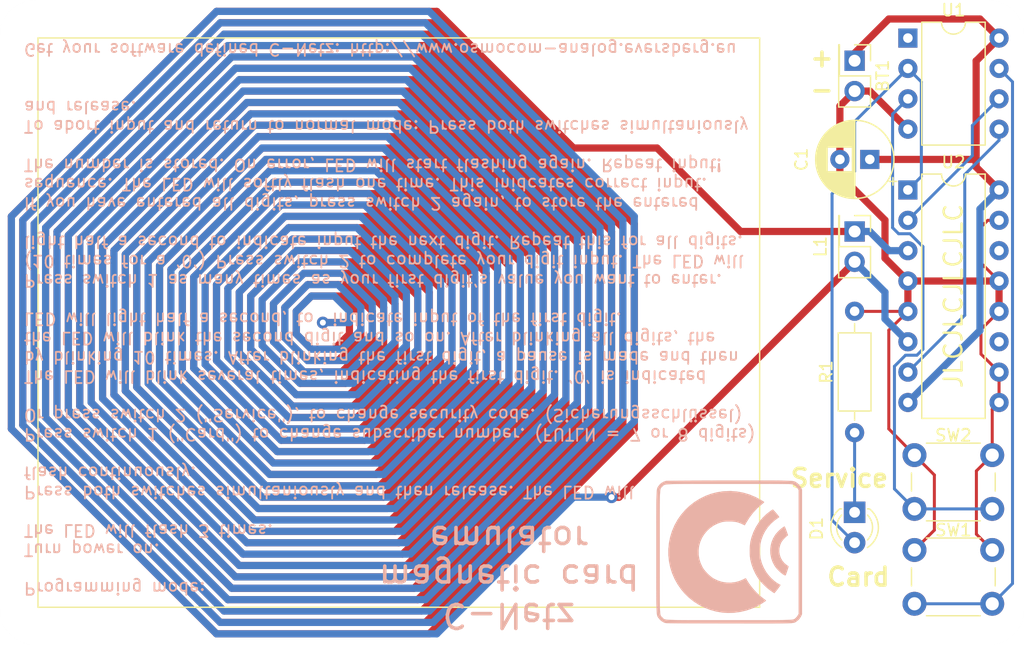
<source format=kicad_pcb>
(kicad_pcb (version 20211014) (generator pcbnew)
  (layers (0 "F.Cu" signal) (31 "B.Cu" signal) (34 "B.Paste" user) (35 "F.Paste" user) (36 "B.SilkS" user "B.Silkscreen") (37 "F.SilkS" user "F.Silkscreen") (38 "B.Mask" user) (39 "F.Mask" user) (44 "Edge.Cuts" user))
  (net 0 "")
  (net 1 "VCC")
  (net 2 "GND")
  (net 3 "Net-(D1-Pad1)")
  (net 4 "Net-(D1-Pad2)")
  (net 5 "Net-(L1-Pad1)")
  (net 6 "Net-(SW1-Pad2)")
  (net 7 "Net-(SW2-Pad2)")
  (net 9 "Net-(U1-Pad5)")
  (net 10 "Net-(U1-Pad6)")
  (footprint "Connector_PinHeader_2.54mm:PinHeader_2x01_P2.54mm_Vertical" (layer "F.Cu") (at 181.4375 75.08 -90)
    (fp_text reference "BT1")
    (fp_text value "Battery")
  )
  (footprint "Package_DIP:DIP-16_W7.62mm" (layer "F.Cu") (at 185.8925 85.89)
    (fp_text reference "U2")
    (fp_text value "L293D")
  )
  (footprint "LED_THT:LED_D3.0mm_Clear" (layer "F.Cu") (at 181.4375 112.8575 -90)
    (fp_text reference "D1")
    (fp_text value "TX")
  )
  (footprint "Resistor_THT:R_Axial_DIN0207_L6.3mm_D2.5mm_P10.16mm_Horizontal" (layer "F.Cu") (at 181.4375 106.195 90)
    (fp_text reference "R1")
    (fp_text value "1K")
  )
  (footprint "Button_Switch_THT:SW_PUSH_6mm_H4.3mm" (layer "F.Cu") (at 186.4425 108.0725)
    (fp_text reference "SW2")
    (fp_text value "Service")
  )
  (footprint "Package_DIP:DIP-8_W7.62mm" (layer "F.Cu") (at 185.8925 73.185)
    (fp_text reference "U1")
    (fp_text value "ATtiny85-20PU")
  )
  (footprint "Button_Switch_THT:SW_PUSH_6mm_H4.3mm" (layer "F.Cu") (at 186.4425 116.01)
    (fp_text reference "SW1")
    (fp_text value "Card")
  )
  (footprint "Connector_PinHeader_2.54mm:PinHeader_2x01_P2.54mm_Vertical" (layer "F.Cu") (at 181.4375 89.3625 -90)
    (fp_text reference "L1")
    (fp_text value "L" hide)
  )
  (footprint "Capacitor_THT:CP_Radial_D6.3mm_P2.50mm" (layer "F.Cu") (at 182.7075 83.335 180)
    (fp_text reference "C1")
    (fp_text value "100uF")
  )
  (footprint "magnetkarte:ctel" (layer "B.Cu") (at 170.96 116.0375)
    (fp_text reference "G***" hide)
    (fp_text value "LOGO" hide)
  )
  (gr_line (start 113.175 120.8) (end 113.175 73.175) (layer "F.SilkS") (width 0.12))
  (gr_line (start 173.5 120.8) (end 113.175 120.8) (layer "F.SilkS") (width 0.12))
  (gr_line (start 113.175 73.175) (end 173.5 73.175) (layer "F.SilkS") (width 0.12))
  (gr_line (start 173.5 73.175) (end 173.5 120.8) (layer "F.SilkS") (width 0.12))
  (gr_line (start 192.6 70) (end 113 70) (layer "Edge.Cuts") (width 0.001))
  (gr_line (start 195.6 73) (end 195.6 120.98) (layer "Edge.Cuts") (width 0.001))
  (gr_arc (start 113 123.98) (mid 110.87868 123.10132) (end 110 120.98) (layer "Edge.Cuts") (width 0.001))
  (gr_line (start 113 123.98) (end 192.6 123.98) (layer "Edge.Cuts") (width 0.001))
  (gr_arc (start 192.6 70) (mid 194.72132 70.87868) (end 195.6 73) (layer "Edge.Cuts") (width 0.001))
  (gr_arc (start 195.6 120.98) (mid 194.72132 123.10132) (end 192.6 123.98) (layer "Edge.Cuts") (width 0.001))
  (gr_arc (start 110 73) (mid 110.87868 70.87868) (end 113 70) (layer "Edge.Cuts") (width 0.001))
  (gr_line (start 110 73) (end 110 120.98) (layer "Edge.Cuts") (width 0.001))
  (gr_text "C-Netz\nmagnetic card\nemulator" (at 152.545 118.26 180) (layer "B.SilkS") (effects (font (size 2 2) (thickness 0.3)) (justify mirror)))
  (gr_text "Programming mode:\n\nTurn power on.\nThe LED will flash 3 times.\n\nPress both switches simultaniously and then release. The LED will\nflash continuously.\n\nPress switch 1 ({dblquote}Card{dblquote}) to change subscriber number. (FUTLN = 7 or 8 digits)\nOr press switch 2 ({dblquote}Service{dblquote}), to change security code. (Sicherungsschlüssel)\n\nThe LED will blink several times, indicating the first digit. '0' is indicated\nby blinking 10 times. After blinking the first digit, a pause is made and then\nthe LED will blink the second digit and so on. After blinking all digits, the\nLED will light half a second, to  indicate input of the first digit.\n\nPress switch 1 as many times as your first digit's value you want to enter.\n(10 times for a '0') Press switch 2 to complete your digit input. The LED will\nlight half a second to indicate input the next digit. Repeat this for all digits.\n\nIf you have entered all digits, press switch 2 again, to store the entered\nsequence. The LED will softly flash one time. This inidcates correct input.\nThe number is stored. On error, LED will start flashing again. Repeat input!\n\nTo abort input and return to normal mode: Press both switches simultaniously\nand release.\n\n\nGet your software defined C-Netz: http://www.osmocom-analog.eversberg.eu" (at 111.905 96.67 180) (layer "B.SilkS") (effects (font (size 1 1)) (justify left mirror)))
  (gr_text "Service" (at 180.1675 110.005) (layer "F.SilkS") (effects (font (size 1.5 1.5) (thickness 0.3))))
  (gr_text "JLCJLCJLCJLC" (at 189.6925 94.765 90) (layer "F.SilkS") (effects (font (size 1.5 1.5) (thickness 0.2))))
  (gr_text "-" (at 178.707 77.493) (layer "F.SilkS") (effects (font (size 1.5 1.5) (thickness 0.3))))
  (gr_text "+" (at 178.707 74.826) (layer "F.SilkS") (effects (font (size 1.5 1.5) (thickness 0.3))))
  (gr_text "Card" (at 181.755 118.26) (layer "F.SilkS") (effects (font (size 1.5 1.5) (thickness 0.3))))
  (segment (start 191.5975 83.975) (end 191.5975 75.08) (width 0.6) (layer "F.Cu") (net 1))
  (segment (start 191.915 71.5875) (end 193.5125 73.185) (width 0.6) (layer "F.Cu") (net 1))
  (segment (start 191.595 83.335) (end 182.71 83.335) (width 0.6) (layer "F.Cu") (net 1))
  (segment (start 181.4375 75.08) (end 181.4375 74.445) (width 0.6) (layer "F.Cu") (net 1))
  (segment (start 181.4375 74.445) (end 184.295 71.5875) (width 0.6) (layer "F.Cu") (net 1))
  (segment (start 184.295 71.5875) (end 191.915 71.5875) (width 0.6) (layer "F.Cu") (net 1))
  (segment (start 193.5125 73.185) (end 191.5975 75.1) (width 0.6) (layer "F.Cu") (net 1))
  (segment (start 193.5125 85.89) (end 191.5975 83.975) (width 0.6) (layer "F.Cu") (net 1))
  (segment (start 185.8925 103.67) (end 191.915 97.6475) (width 0.6) (layer "B.Cu") (net 1))
  (segment (start 191.915 87.4875) (end 193.5125 85.89) (width 0.6) (layer "B.Cu") (net 1))
  (segment (start 191.915 97.6475) (end 191.915 87.4875) (width 0.6) (layer "B.Cu") (net 1))
  (segment (start 180.2075 84.645) (end 183.9775 88.415) (width 0.6) (layer "F.Cu") (net 2))
  (segment (start 192.9425 104.24) (end 193.5125 103.67) (width 0.25) (layer "F.Cu") (net 2))
  (segment (start 193.5125 96.05) (end 193.5125 93.51) (width 0.6) (layer "F.Cu") (net 2))
  (segment (start 186.4425 108.0725) (end 188.105 109.735) (width 0.25) (layer "F.Cu") (net 2))
  (segment (start 185.8925 80.805) (end 182.7075 77.62) (width 0.6) (layer "F.Cu") (net 2))
  (segment (start 192 99.6175) (end 193.5125 101.13) (width 0.25) (layer "F.Cu") (net 2))
  (segment (start 183.9775 91.595) (end 185.8925 93.51) (width 0.6) (layer "F.Cu") (net 2))
  (segment (start 184.295 97.6225) (end 185.8925 96.05) (width 0.25) (layer "F.Cu") (net 2))
  (segment (start 185.8925 96.05) (end 181.4525 96.05) (width 0.25) (layer "F.Cu") (net 2))
  (segment (start 188.105 114.3475) (end 186.4425 116.01) (width 0.25) (layer "F.Cu") (net 2))
  (segment (start 188.105 109.735) (end 188.105 114.3475) (width 0.25) (layer "F.Cu") (net 2))
  (segment (start 181.4525 96.05) (end 181.4375 96.035) (width 0.25) (layer "F.Cu") (net 2))
  (segment (start 193.5125 96.05) (end 192 97.5625) (width 0.25) (layer "F.Cu") (net 2))
  (segment (start 192 89) (end 192 91.9975) (width 0.25) (layer "F.Cu") (net 2))
  (segment (start 182.7075 77.62) (end 181.4425 77.62) (width 0.6) (layer "F.Cu") (net 2))
  (segment (start 180.2075 78.87) (end 181.4375 77.64) (width 0.6) (layer "F.Cu") (net 2))
  (segment (start 191.617989 109.397011) (end 192.9425 108.0725) (width 0.25) (layer "F.Cu") (net 2))
  (segment (start 193.5125 93.51) (end 185.8925 93.51) (width 0.6) (layer "F.Cu") (net 2))
  (segment (start 192.9425 116.01) (end 191.617989 114.685489) (width 0.25) (layer "F.Cu") (net 2))
  (segment (start 183.9775 88.415) (end 183.9775 91.595) (width 0.6) (layer "F.Cu") (net 2))
  (segment (start 192 91.9975) (end 193.5125 93.51) (width 0.25) (layer "F.Cu") (net 2))
  (segment (start 180.2075 83.335) (end 180.2075 78.87) (width 0.6) (layer "F.Cu") (net 2))
  (segment (start 193.5125 88.43) (end 192.57 88.43) (width 0.25) (layer "F.Cu") (net 2))
  (segment (start 186.4425 108.0725) (end 184.295 105.8775) (width 0.25) (layer "F.Cu") (net 2))
  (segment (start 192.9425 108.0725) (end 192.9425 104.24) (width 0.25) (layer "F.Cu") (net 2))
  (segment (start 191.617989 114.685489) (end 191.617989 109.397011) (width 0.25) (layer "F.Cu") (net 2))
  (segment (start 180.2075 84.645) (end 180.2075 83.335) (width 0.6) (layer "F.Cu") (net 2))
  (segment (start 185.8925 93.51) (end 185.8925 96.05) (width 0.6) (layer "F.Cu") (net 2))
  (segment (start 192 97.5625) (end 192 99.6175) (width 0.25) (layer "F.Cu") (net 2))
  (segment (start 193.5125 101.13) (end 193.5125 103.67) (width 0.25) (layer "F.Cu") (net 2))
  (segment (start 184.295 97.6225) (end 184.295 105.8775) (width 0.25) (layer "F.Cu") (net 2))
  (segment (start 192.57 88.43) (end 192 89) (width 0.25) (layer "F.Cu") (net 2))
  (segment (start 181.4375 106.195) (end 181.4375 112.8575) (width 0.25) (layer "B.Cu") (net 3))
  (segment (start 179.5525 113.5125) (end 181.4375 115.3975) (width 0.25) (layer "B.Cu") (net 4))
  (segment (start 181.4375 80.18) (end 185.8925 75.725) (width 0.25) (layer "B.Cu") (net 4))
  (segment (start 179.5525 113.5125) (end 179.5525 86.2153) (width 0.25) (layer "B.Cu") (net 4))
  (segment (start 185.8925 75.725) (end 187.017011 76.849511) (width 0.25) (layer "B.Cu") (net 4))
  (segment (start 181.4375 84.3303) (end 181.4375 80.18) (width 0.25) (layer "B.Cu") (net 4))
  (segment (start 179.5525 86.2153) (end 181.4375 84.3303) (width 0.25) (layer "B.Cu") (net 4))
  (segment (start 187.017011 84.765489) (end 185.8925 85.89) (width 0.25) (layer "B.Cu") (net 4))
  (segment (start 187.017011 76.849511) (end 187.017011 84.765489) (width 0.25) (layer "B.Cu") (net 4))
  (segment (start 111.905 105.56) (end 128.415 122.07) (width 0.6) (layer "F.Cu") (net 5))
  (segment (start 121.43 102.385) (end 131.59 112.545) (width 0.6) (layer "F.Cu") (net 5))
  (segment (start 156.355 103.655) (end 156.355 90.955) (width 0.6) (layer "F.Cu") (net 5))
  (segment (start 138.8925 102.0675) (end 142.0675 98.8925) (width 0.6) (layer "F.Cu") (net 5))
  (segment (start 161.1175 111.5925) (end 161.7525 111.5925) (width 0.6) (layer "F.Cu") (net 5))
  (segment (start 132.225 83.335) (end 123.335 92.225) (width 0.6) (layer "F.Cu") (net 5))
  (segment (start 130.6375 115.4025) (end 143.3375 115.4025) (width 0.6) (layer "F.Cu") (net 5))
  (segment (start 138.575 101.115) (end 141.115 98.575) (width 0.6) (layer "F.Cu") (net 5))
  (segment (start 146.83 94.13) (end 140.7975 88.0975) (width 0.6) (layer "F.Cu") (net 5))
  (segment (start 133.1775 107.7825) (end 140.7975 107.7825) (width 0.6) (layer "F.Cu") (net 5))
  (segment (start 157.3075 103.9725) (end 157.3075 90.6375) (width 0.6) (layer "F.Cu") (net 5))
  (segment (start 129.05 73.81) (end 113.81 89.05) (width 0.6) (layer "F.Cu") (net 5))
  (segment (start 150.64 101.75) (end 150.64 92.86) (width 0.6) (layer "F.Cu") (net 5))
  (segment (start 143.9725 95.0825) (end 139.845 90.955) (width 0.6) (layer "F.Cu") (net 5))
  (segment (start 142.0675 98.8925) (end 142.0675 95.7175) (width 0.6) (layer "F.Cu") (net 5))
  (segment (start 145.8775 94.4475) (end 140.48 89.05) (width 0.6) (layer "F.Cu") (net 5))
  (segment (start 134.4475 103.9725) (end 139.5275 103.9725) (width 0.6) (layer "F.Cu") (net 5))
  (segment (start 144.925 99.845) (end 144.925 94.765) (width 0.6) (layer "F.Cu") (net 5))
  (segment (start 141.115 108.735) (end 148.735 101.115) (width 0.6) (layer "F.Cu") (net 5))
  (segment (start 133.8125 105.8775) (end 140.1625 105.8775) (width 0.6) (layer "F.Cu") (net 5))
  (segment (start 143.3375 80.4775) (end 131.2725 80.4775) (width 0.6) (layer "F.Cu") (net 5))
  (segment (start 142.7025 113.4975) (end 153.4975 102.7025) (width 0.6) (layer "F.Cu") (net 5))
  (segment (start 140.7975 107.7825) (end 147.7825 100.7975) (width 0.6) (layer "F.Cu") (net 5))
  (segment (start 110.9525 88.0975) (end 110.9525 105.8775) (width 0.6) (layer "F.Cu") (net 5))
  (segment (start 141.115 96.035) (end 138.8925 93.8125) (width 0.6) (layer "F.Cu") (net 5))
  (segment (start 144.6075 76.6675) (end 130.0025 76.6675) (width 0.6) (layer "F.Cu") (net 5))
  (segment (start 132.86 108.735) (end 141.115 108.735) (width 0.6) (layer "F.Cu") (net 5))
  (segment (start 161.7475 111.5925) (end 161.1175 111.5925) (width 0.6) (layer "F.Cu") (net 5))
  (segment (start 143.02 114.45) (end 154.45 103.02) (width 0.6) (layer "F.Cu") (net 5))
  (segment (start 137.94 99.21) (end 139.21 97.94) (width 0.6) (layer "F.Cu") (net 5))
  (segment (start 155.4025 91.2725) (end 143.655 79.525) (width 0.6) (layer "F.Cu") (net 5))
  (segment (start 158.26 90.32) (end 144.6075 76.6675) (width 0.6) (layer "F.Cu") (net 5))
  (segment (start 144.925 75.715) (end 129.685 75.715) (width 0.6) (layer "F.Cu") (net 5))
  (segment (start 116.6675 103.9725) (end 130.0025 117.3075) (width 0.6) (layer "F.Cu") (net 5))
  (segment (start 145.8775 123.0225) (end 163.0225 105.8775) (width 0.6) (layer "F.Cu") (net 5))
  (segment (start 135.4 101.115) (end 138.575 101.115) (width 0.6) (layer "F.Cu") (net 5))
  (segment (start 145.8775 72.8575) (end 128.7325 72.8575) (width 0.6) (layer "F.Cu") (net 5))
  (segment (start 146.83 100.48) (end 146.83 94.13) (width 0.6) (layer "F.Cu") (net 5))
  (segment (start 140.48 89.05) (end 134.13 89.05) (width 0.6) (layer "F.Cu") (net 5))
  (segment (start 129.3675 74.7625) (end 114.7625 89.3675) (width 0.6) (layer "F.Cu") (net 5))
  (segment (start 132.86 85.24) (end 125.24 92.86) (width 0.6) (layer "F.Cu") (net 5))
  (segment (start 128.415 122.07) (end 145.56 122.07) (width 0.6) (layer "F.Cu") (net 5))
  (segment (start 140.1625 98.2575) (end 140.1625 96.3525) (width 0.6) (layer "F.Cu") (net 5))
  (segment (start 134.765 96.035) (end 134.765 97.94) (width 0.6) (layer "F.Cu") (net 5))
  (segment (start 144.925 94.765) (end 140.1625 90.0025) (width 0.6) (layer "F.Cu") (net 5))
  (segment (start 141.4325 109.6875) (end 149.6875 101.4325) (width 0.6) (layer "F.Cu") (net 5))
  (segment (start 122.3825 102.0675) (end 131.9075 111.5925) (width 0.6) (layer "F.Cu") (net 5))
  (segment (start 148.735 101.115) (end 148.735 93.495) (width 0.6) (layer "F.Cu") (net 5))
  (segment (start 140.1625 105.8775) (end 145.8775 100.1625) (width 0.6) (layer "F.Cu") (net 5))
  (segment (start 134.765 90.955) (end 130.955 94.765) (width 0.6) (layer "F.Cu") (net 5))
  (segment (start 144.29 77.62) (end 130.32 77.62) (width 0.6) (layer "F.Cu") (net 5))
  (segment (start 130.955 99.21) (end 134.765 103.02) (width 0.6) (layer "F.Cu") (net 5))
  (segment (start 129.685 118.26) (end 144.29 118.26) (width 0.6) (layer "F.Cu") (net 5))
  (segment (start 159.2125 104.6075) (end 159.2125 90.0025) (width 0.6) (layer "F.Cu") (net 5))
  (segment (start 135.7175 93.8125) (end 133.8125 95.7175) (width 0.6) (layer "F.Cu") (net 5))
  (segment (start 139.845 90.955) (end 134.765 90.955) (width 0.6) (layer "F.Cu") (net 5))
  (segment (start 143.655 116.355) (end 156.355 103.655) (width 0.6) (layer "F.Cu") (net 5))
  (segment (start 139.5275 103.9725) (end 143.9725 99.5275) (width 0.6) (layer "F.Cu") (net 5))
  (segment (start 134.13 89.05) (end 129.05 94.13) (width 0.6) (layer "F.Cu") (net 5))
  (segment (start 139.21 97.94) (end 139.21 96.9875) (width 0.6) (layer "F.Cu") (net 5))
  (segment (start 135.4 92.86) (end 132.86 95.4) (width 0.6) (layer "F.Cu") (net 5))
  (segment (start 131.9075 95.0825) (end 131.9075 98.8925) (width 0.6) (layer "F.Cu") (net 5))
  (segment (start 164.9275 82.3825) (end 157.9425 82.3825) (width 0.6) (layer "F.Cu") (net 5))
  (segment (start 134.13 104.925) (end 139.845 104.925) (width 0.6) (layer "F.Cu") (net 5))
  (segment (start 133.1775 86.1925) (end 126.1925 93.1775) (width 0.6) (layer "F.Cu") (net 5))
  (segment (start 128.7325 121.1175) (end 145.2425 121.1175) (width 0.6) (layer "F.Cu") (net 5))
  (segment (start 128.415 71.905) (end 111.905 88.415) (width 0.6) (layer "F.Cu") (net 5))
  (segment (start 147.7825 100.7975) (end 147.7825 93.8125) (width 0.6) (layer "F.Cu") (net 5))
  (segment (start 125.24 101.115) (end 132.86 108.735) (width 0.6) (layer "F.Cu") (net 5))
  (segment (start 146.5125 70.9525) (end 128.0975 70.9525) (width 0.6) (layer "F.Cu") (net 5))
  (segment (start 133.8125 95.7175) (end 133.8125 98.2575) (width 0.6) (layer "F.Cu") (net 5))
  (segment (start 142.0675 111.5925) (end 151.5925 102.0675) (width 0.6) (layer "F.Cu") (net 5))
  (segment (start 181.4375 89.3625) (end 171.9075 89.3625) (width 0.6) (layer "F.Cu") (net 5))
  (segment (start 152.545 92.225) (end 142.7025 82.3825) (width 0.6) (layer "F.Cu") (net 5))
  (segment (start 113.81 104.925) (end 129.05 120.165) (width 0.6) (layer "F.Cu") (net 5))
  (segment (start 126.1925 100.7975) (end 133.1775 107.7825) (width 0.6) (layer "F.Cu") (net 5))
  (segment (start 143.02 81.43) (end 131.59 81.43) (width 0.6) (layer "F.Cu") (net 5))
  (segment (start 139.21 92.86) (end 135.4 92.86) (width 0.6) (layer "F.Cu") (net 5))
  (segment (start 130.32 116.355) (end 143.655 116.355) (width 0.6) (layer "F.Cu") (net 5))
  (segment (start 111.905 88.415) (end 111.905 105.56) (width 0.6) (layer "F.Cu") (net 5))
  (segment (start 128.0975 93.8125) (end 128.0975 100.1625) (width 0.6) (layer "F.Cu") (net 5))
  (segment (start 142.7025 82.3825) (end 131.9075 82.3825) (width 0.6) (layer "F.Cu") (net 5))
  (segment (start 123.335 101.75) (end 132.225 110.64) (width 0.6) (layer "F.Cu") (net 5))
  (segment (start 158.26 104.29) (end 158.26 90.32) (width 0.6) (layer "F.Cu") (net 5))
  (segment (start 153.4975 102.7025) (end 153.4975 91.9075) (width 0.6) (layer "F.Cu") (net 5))
  (segment (start 121.43 91.59) (end 121.43 102.385) (width 0.6) (layer "F.Cu") (net 5))
  (segment (start 154.45 103.02) (end 154.45 91.59) (width 0.6) (layer "F.Cu") (net 5))
  (segment (start 131.59 112.545) (end 142.385 112.545) (width 0.6) (layer "F.Cu") (net 5))
  (segment (start 140.1625 96.3525) (end 138.575 94.765) (width 0.6) (layer "F.Cu") (net 5))
  (segment (start 138.8925 93.8125) (end 135.7175 93.8125) (width 0.6) (layer "F.Cu") (net 5))
  (segment (start 144.6075 119.2125) (end 159.2125 104.6075) (width 0.6) (layer "F.Cu") (net 5))
  (segment (start 145.56 73.81) (end 129.05 73.81) (width 0.6) (layer "F.Cu") (net 5))
  (segment (start 130.6375 78.5725) (end 118.5725 90.6375) (width 0.6) (layer "F.Cu") (net 5))
  (segment (start 123.335 92.225) (end 123.335 101.75) (width 0.6) (layer "F.Cu") (net 5))
  (segment (start 145.2425 74.7625) (end 129.3675 74.7625) (width 0.6) (layer "F.Cu") (net 5))
  (segment (start 129.3675 119.2125) (end 144.6075 119.2125) (width 0.6) (layer "F.Cu") (net 5))
  (segment (start 143.3375 115.4025) (end 155.4025 103.3375) (width 0.6) (layer "F.Cu") (net 5))
  (segment (start 163.0225 105.8775) (end 163.0225 88.7325) (width 0.6) (layer "F.Cu") (net 5))
  (segment (start 136.035 99.21) (end 137.94 99.21) (width 0.6) (layer "F.Cu") (net 5))
  (segment (start 130.955 114.45) (end 143.02 114.45) (width 0.6) (layer "F.Cu") (net 5))
  (segment (start 131.59 81.43) (end 121.43 91.59) (width 0.6) (layer "F.Cu") (net 5))
  (segment (start 114.7625 89.3675) (end 114.7625 104.6075) (width 0.6) (layer "F.Cu") (net 5))
  (segment (start 120.4775 91.2725) (end 120.4775 102.7025) (width 0.6) (layer "F.Cu") (net 5))
  (segment (start 151.5925 92.5425) (end 142.385 83.335) (width 0.6) (layer "F.Cu") (net 5))
  (segment (start 126.1925 93.1775) (end 126.1925 100.7975) (width 0.6) (layer "F.Cu") (net 5))
  (segment (start 115.715 89.685) (end 115.715 104.29) (width 0.6) (layer "F.Cu") (net 5))
  (segment (start 129.685 75.715) (end 115.715 89.685) (width 0.6) (layer "F.Cu") (net 5))
  (segment (start 142.0675 84.2875) (end 132.5425 84.2875) (width 0.6) (layer "F.Cu") (net 5))
  (segment (start 130.0025 94.4475) (end 130.0025 99.5275) (width 0.6) (layer "F.Cu") (net 5))
  (segment (start 133.495 87.145) (end 127.145 93.495) (width 0.6) (layer "F.Cu") (net 5))
  (segment (start 139.845 104.925) (end 144.925 99.845) (width 0.6) (layer "F.Cu") (net 5))
  (segment (start 145.2425 121.1175) (end 161.1175 105.2425) (width 0.6) (layer "F.Cu") (net 5))
  (segment (start 151.5925 102.0675) (end 151.5925 92.5425) (width 0.6) (layer "F.Cu") (net 5))
  (segment (start 119.525 103.02) (end 130.955 114.45) (width 0.6) (layer "F.Cu") (net 5))
  (segment (start 141.75 110.64) (end 150.64 101.75) (width 0.6) (layer "F.Cu") (net 5))
  (segment (start 129.05 120.165) (end 144.925 120.165) (width 0.6) (layer "F.Cu") (net 5))
  (segment (start 125.24 92.86) (end 125.24 101.115) (width 0.6) (layer "F.Cu") (net 5))
  (segment (start 157.9425 82.3825) (end 146.5125 70.9525) (width 0.6) (layer "F.Cu") (net 5))
  (segment (start 134.4475 90.0025) (end 130.0025 94.4475) (width 0.6) (layer "F.Cu") (net 5))
  (segment (start 135.7175 100.1625) (end 138.2575 100.1625) (width 0.6) (layer "F.Cu") (net 5))
  (segment (start 114.7625 104.6075) (end 129.3675 119.2125) (width 0.6) (layer "F.Cu") (net 5))
  (segment (start 138.2575 100.1625) (end 140.1625 98.2575) (width 0.6) (layer "F.Cu") (net 5))
  (segment (start 139.5275 91.9075) (end 135.0825 91.9075) (width 0.6) (layer "F.Cu") (net 5))
  (segment (start 160.165 89.685) (end 145.2425 74.7625) (width 0.6) (layer "F.Cu") (net 5))
  (segment (start 144.29 118.26) (end 158.26 104.29) (width 0.6) (layer "F.Cu") (net 5))
  (segment (start 124.2875 101.4325) (end 132.5425 109.6875) (width 0.6) (layer "F.Cu") (net 5))
  (segment (start 145.8775 100.1625) (end 145.8775 94.4475) (width 0.6) (layer "F.Cu") (net 5))
  (segment (start 171.9075 89.3625) (end 164.9275 82.3825) (width 0.6) (layer "F.Cu") (net 5))
  (segment (start 147.7825 93.8125) (end 141.115 87.145) (width 0.6) (layer "F.Cu") (net 5))
  (segment (start 143.02 95.4) (end 139.5275 91.9075) (width 0.6) (layer "F.Cu") (net 5))
  (segment (start 132.5425 84.2875) (end 124.2875 92.5425) (width 0.6) (layer "F.Cu") (net 5))
  (segment (start 130.0025 117.3075) (end 143.9725 117.3075) (width 0.6) (layer "F.Cu") (net 5))
  (segment (start 162.07 89.05) (end 145.8775 72.8575) (width 0.6) (layer "F.Cu") (net 5))
  (segment (start 130.32 77.62) (end 117.62 90.32) (width 0.6) (layer "F.Cu") (net 5))
  (segment (start 116.6675 90.0025) (end 116.6675 103.9725) (width 0.6) (layer "F.Cu") (net 5))
  (segment (start 145.56 122.07) (end 162.07 105.56) (width 0.6) (layer "F.Cu") (net 5))
  (segment (start 133.8125 88.0975) (end 128.0975 93.8125) (width 0.6) (layer "F.Cu") (net 5))
  (segment (start 139.21 103.02) (end 143.02 99.21) (width 0.6) (layer "F.Cu") (net 5))
  (segment (start 143.02 99.21) (end 143.02 95.4) (width 0.6) (layer "F.Cu") (net 5))
  (segment (start 124.2875 92.5425) (end 124.2875 101.4325) (width 0.6) (layer "F.Cu") (net 5))
  (segment (start 127.145 100.48) (end 133.495 106.83) (width 0.6) (layer "F.Cu") (net 5))
  (segment (start 161.1175 105.2425) (end 161.1175 89.3675) (width 0.6) (layer "F.Cu") (net 5))
  (segment (start 154.45 91.59) (end 143.3375 80.4775) (width 0.6) (layer "F.Cu") (net 5))
  (segment (start 156.355 90.955) (end 143.9725 78.5725) (width 0.6) (layer "F.Cu") (net 5))
  (segment (start 138.575 94.765) (end 136.035 94.765) (width 0.6) (layer "F.Cu") (net 5))
  (segment (start 128.0975 100.1625) (end 133.8125 105.8775) (width 0.6) (layer "F.Cu") (net 5))
  (segment (start 149.6875 93.1775) (end 141.75 85.24) (width 0.6) (layer "F.Cu") (net 5))
  (segment (start 129.05 94.13) (end 129.05 99.845) (width 0.6) (layer "F.Cu") (net 5))
  (segment (start 131.9075 82.3825) (end 122.3825 91.9075) (width 0.6) (layer "F.Cu") (net 5))
  (segment (start 113.81 89.05) (end 113.81 104.925) (width 0.6) (layer "F.Cu") (net 5))
  (segment (start 127.145 93.495) (end 127.145 100.48) (width 0.6) (layer "F.Cu") (net 5))
  (segment (start 134.765 97.94) (end 136.035 99.21) (width 0.6) (layer "F.Cu") (net 5))
  (segment (start 149.6875 101.4325) (end 149.6875 93.1775) (width 0.6) (layer "F.Cu") (net 5))
  (segment (start 136.035 94.765) (end 134.765 96.035) (width 0.6) (layer "F.Cu") (net 5))
  (segment (start 155.4025 103.3375) (end 155.4025 91.2725) (width 0.6) (layer "F.Cu") (net 5))
  (segment (start 118.5725 103.3375) (end 130.6375 115.4025) (width 0.6) (layer "F.Cu") (net 5))
  (segment (start 140.48 106.83) (end 146.83 100.48) (width 0.6) (layer "F.Cu") (net 5))
  (segment (start 130.0025 99.5275) (end 134.4475 103.9725) (width 0.6) (layer "F.Cu") (net 5))
  (segment (start 142.385 112.545) (end 152.545 102.385) (width 0.6) (layer "F.Cu") (net 5))
  (segment (start 122.3825 91.9075) (end 122.3825 102.0675) (width 0.6) (layer "F.Cu") (net 5))
  (segment (start 141.115 98.575) (end 141.115 96.035) (width 0.6) (layer "F.Cu") (net 5))
  (segment (start 133.8125 98.2575) (end 135.7175 100.1625) (width 0.6) (layer "F.Cu") (net 5))
  (segment (start 161.1175 89.3675) (end 145.56 73.81) (width 0.6) (layer "F.Cu") (net 5))
  (segment (start 120.4775 102.7025) (end 131.2725 113.4975) (width 0.6) (layer "F.Cu") (net 5))
  (segment (start 140.1625 90.0025) (end 134.4475 90.0025) (width 0.6) (layer "F.Cu") (net 5))
  (segment (start 139.21 96.9875) (end 136.9875 96.9875) (width 0.6) (layer "F.Cu") (net 5))
  (segment (start 135.0825 91.9075) (end 131.9075 95.0825) (width 0.6) (layer "F.Cu") (net 5))
  (segment (start 143.655 79.525) (end 130.955 79.525) (width 0.6) (layer "F.Cu") (net 5))
  (segment (start 141.75 85.24) (end 132.86 85.24) (width 0.6) (layer "F.Cu") (net 5))
  (segment (start 132.225 110.64) (end 141.75 110.64) (width 0.6) (layer "F.Cu") (net 5))
  (segment (start 110.9525 105.8775) (end 128.0975 123.0225) (width 0.6) (layer "F.Cu") (net 5))
  (segment (start 152.545 102.385) (end 152.545 92.225) (width 0.6) (layer "F.Cu") (net 5))
  (segment (start 132.5425 109.6875) (end 141.4325 109.6875) (width 0.6) (layer "F.Cu") (net 5))
  (segment (start 119.525 90.955) (end 119.525 103.02) (width 0.6) (layer "F.Cu") (net 5))
  (segment (start 128.7325 72.8575) (end 112.8575 88.7325) (width 0.6) (layer "F.Cu") (net 5))
  (segment (start 118.5725 90.6375) (end 118.5725 103.3375) (width 0.6) (layer "F.Cu") (net 5))
  (segment (start 128.0975 123.0225) (end 145.8775 123.0225) (width 0.6) (layer "F.Cu") (net 5))
  (segment (start 130.955 94.765) (end 130.955 99.21) (width 0.6) (layer "F.Cu") (net 5))
  (segment (start 135.0825 102.0675) (end 138.8925 102.0675) (width 0.6) (layer "F.Cu") (net 5))
  (segment (start 115.715 104.29) (end 129.685 118.26) (width 0.6) (layer "F.Cu") (net 5))
  (segment (start 144.925 120.165) (end 160.165 104.925) (width 0.6) (layer "F.Cu") (net 5))
  (segment (start 128.0975 70.9525) (end 110.9525 88.0975) (width 0.6) (layer "F.Cu") (net 5))
  (segment (start 162.07 105.56) (end 162.07 89.05) (width 0.6) (layer "F.Cu") (net 5))
  (segment (start 140.7975 88.0975) (end 133.8125 88.0975) (width 0.6) (layer "F.Cu") (net 5))
  (segment (start 130.0025 76.6675) (end 116.6675 90.0025) (width 0.6) (layer "F.Cu") (net 5))
  (segment (start 181.4375 91.9025) (end 161.7475 111.5925) (width 0.6) (layer "F.Cu") (net 5))
  (segment (start 142.0675 95.7175) (end 139.21 92.86) (width 0.6) (layer "F.Cu") (net 5))
  (segment (start 134.765 103.02) (end 139.21 103.02) (width 0.6) (layer "F.Cu") (net 5))
  (segment (start 143.9725 99.5275) (end 143.9725 95.0825) (width 0.6) (layer "F.Cu") (net 5))
  (segment (start 131.9075 98.8925) (end 135.0825 102.0675) (width 0.6) (layer "F.Cu") (net 5))
  (segment (start 141.4325 86.1925) (end 133.1775 86.1925) (width 0.6) (layer "F.Cu") (net 5))
  (segment (start 117.62 90.32) (end 117.62 103.655) (width 0.6) (layer "F.Cu") (net 5))
  (segment (start 131.2725 80.4775) (end 120.4775 91.2725) (width 0.6) (layer "F.Cu") (net 5))
  (segment (start 160.165 104.925) (end 160.165 89.685) (width 0.6) (layer "F.Cu") (net 5))
  (segment (start 146.195 71.905) (end 128.415 71.905) (width 0.6) (layer "F.Cu") (net 5))
  (segment (start 131.9075 111.5925) (end 142.0675 111.5925) (width 0.6) (layer "F.Cu") (net 5))
  (segment (start 143.9725 78.5725) (end 130.6375 78.5725) (width 0.6) (layer "F.Cu") (net 5))
  (segment (start 133.495 106.83) (end 140.48 106.83) (width 0.6) (layer "F.Cu") (net 5))
  (segment (start 141.115 87.145) (end 133.495 87.145) (width 0.6) (layer "F.Cu") (net 5))
  (segment (start 132.86 98.575) (end 135.4 101.115) (width 0.6) (layer "F.Cu") (net 5))
  (segment (start 148.735 93.495) (end 141.4325 86.1925) (width 0.6) (layer "F.Cu") (net 5))
  (segment (start 159.2125 90.0025) (end 144.925 75.715) (width 0.6) (layer "F.Cu") (net 5))
  (segment (start 131.2725 113.4975) (end 142.7025 113.4975) (width 0.6) (layer "F.Cu") (net 5))
  (segment (start 132.86 95.4) (end 132.86 98.575) (width 0.6) (layer "F.Cu") (net 5))
  (segment (start 130.955 79.525) (end 119.525 90.955) (width 0.6) (layer "F.Cu") (net 5))
  (segment (start 112.8575 88.7325) (end 112.8575 105.2425) (width 0.6) (layer "F.Cu") (net 5))
  (segment (start 112.8575 105.2425) (end 128.7325 121.1175) (width 0.6) (layer "F.Cu") (net 5))
  (segment (start 163.0225 88.7325) (end 146.195 71.905) (width 0.6) (layer "F.Cu") (net 5))
  (segment (start 150.64 92.86) (end 142.0675 84.2875) (width 0.6) (layer "F.Cu") (net 5))
  (segment (start 153.4975 91.9075) (end 143.02 81.43) (width 0.6) (layer "F.Cu") (net 5))
  (segment (start 117.62 103.655) (end 130.32 116.355) (width 0.6) (layer "F.Cu") (net 5))
  (segment (start 143.9725 117.3075) (end 157.3075 103.9725) (width 0.6) (layer "F.Cu") (net 5))
  (segment (start 129.05 99.845) (end 134.13 104.925) (width 0.6) (layer "F.Cu") (net 5))
  (segment (start 157.3075 90.6375) (end 144.29 77.62) (width 0.6) (layer "F.Cu") (net 5))
  (segment (start 142.385 83.335) (end 132.225 83.335) (width 0.6) (layer "F.Cu") (net 5))
  (via (at 161.1175 111.5925) (size 1) (drill 0.5) (layers "F.Cu" "B.Cu") (net 5))
  (via (at 136.9875 96.9875) (size 1) (drill 0.5) (layers "F.Cu" "B.Cu") (net 5))
  (segment (start 131.59 112.545) (end 143.02 112.545) (width 0.6) (layer "B.Cu") (net 5))
  (segment (start 146.83 99.845) (end 146.83 93.495) (width 0.6) (layer "B.Cu") (net 5))
  (segment (start 135.7175 93.8125) (end 133.8125 95.7175) (width 0.6) (layer "B.Cu") (net 5))
  (segment (start 150.64 101.115) (end 150.64 92.225) (width 0.6) (layer "B.Cu") (net 5))
  (segment (start 159.2125 103.9725) (end 159.2125 89.3675) (width 0.6) (layer "B.Cu") (net 5))
  (segment (start 145.8775 70.9525) (end 128.0975 70.9525) (width 0.6) (layer "B.Cu") (net 5))
  (segment (start 128.7325 121.1175) (end 145.8775 121.1175) (width 0.6) (layer "B.Cu") (net 5))
  (segment (start 135.0825 102.0675) (end 139.5275 102.0675) (width 0.6) (layer "B.Cu") (net 5))
  (segment (start 147.7825 93.1775) (end 140.7975 86.1925) (width 0.6) (layer "B.Cu") (net 5))
  (segment (start 131.9075 111.5925) (end 142.7025 111.5925) (width 0.6) (layer "B.Cu") (net 5))
  (segment (start 130.32 116.355) (end 144.29 116.355) (width 0.6) (layer "B.Cu") (net 5))
  (segment (start 123.335 92.225) (end 123.335 101.75) (width 0.6) (layer "B.Cu") (net 5))
  (segment (start 139.845 103.02) (end 143.9725 98.8925) (width 0.6) (layer "B.Cu") (net 5))
  (segment (start 129.05 73.81) (end 113.81 89.05) (width 0.6) (layer "B.Cu") (net 5))
  (segment (start 183.9775 94.4425) (end 183.9775 96.675) (width 0.6) (layer "B.Cu") (net 5))
  (segment (start 138.575 99.21) (end 140.1625 97.6225) (width 0.6) (layer "B.Cu") (net 5))
  (segment (start 161.1175 104.6075) (end 161.1175 88.7325) (width 0.6) (layer "B.Cu") (net 5))
  (segment (start 142.0675 82.3825) (end 131.9075 82.3825) (width 0.6) (layer "B.Cu") (net 5))
  (segment (start 132.86 85.24) (end 125.24 92.86) (width 0.6) (layer "B.Cu") (net 5))
  (segment (start 145.8775 99.5275) (end 145.8775 93.8125) (width 0.6) (layer "B.Cu") (net 5))
  (segment (start 130.955 79.525) (end 119.525 90.955) (width 0.6) (layer "B.Cu") (net 5))
  (segment (start 139.845 89.05) (end 134.13 89.05) (width 0.6) (layer "B.Cu") (net 5))
  (segment (start 124.2875 101.4325) (end 132.5425 109.6875) (width 0.6) (layer "B.Cu") (net 5))
  (segment (start 133.8125 98.2575) (end 135.7175 100.1625) (width 0.6) (layer "B.Cu") (net 5))
  (segment (start 139.21 96.9875) (end 136.9875 96.9875) (width 0.6) (layer "B.Cu") (net 5))
  (segment (start 129.685 75.715) (end 115.715 89.685) (width 0.6) (layer "B.Cu") (net 5))
  (segment (start 129.05 120.165) (end 145.56 120.165) (width 0.6) (layer "B.Cu") (net 5))
  (segment (start 153.4975 102.0675) (end 153.4975 91.2725) (width 0.6) (layer "B.Cu") (net 5))
  (segment (start 143.9725 115.4025) (end 156.355 103.02) (width 0.6) (layer "B.Cu") (net 5))
  (segment (start 140.1625 97.6225) (end 140.1625 95.7175) (width 0.6) (layer "B.Cu") (net 5))
  (segment (start 132.225 83.335) (end 123.335 92.225) (width 0.6) (layer "B.Cu") (net 5))
  (segment (start 135.0825 91.9075) (end 131.9075 95.0825) (width 0.6) (layer "B.Cu") (net 5))
  (segment (start 144.925 99.21) (end 144.925 94.13) (width 0.6) (layer "B.Cu") (net 5))
  (segment (start 142.385 110.64) (end 151.5925 101.4325) (width 0.6) (layer "B.Cu") (net 5))
  (segment (start 142.7025 80.4775) (end 131.2725 80.4775) (width 0.6) (layer "B.Cu") (net 5))
  (segment (start 130.32 77.62) (end 117.62 90.32) (width 0.6) (layer "B.Cu") (net 5))
  (segment (start 152.545 91.59) (end 142.385 81.43) (width 0.6) (layer "B.Cu") (net 5))
  (segment (start 139.5275 102.0675) (end 143.02 98.575) (width 0.6) (layer "B.Cu") (net 5))
  (segment (start 143.02 94.765) (end 139.21 90.955) (width 0.6) (layer "B.Cu") (net 5))
  (segment (start 129.05 99.845) (end 134.13 104.925) (width 0.6) (layer "B.Cu") (net 5))
  (segment (start 114.7625 89.3675) (end 114.7625 104.6075) (width 0.6) (layer "B.Cu") (net 5))
  (segment (start 135.4 101.115) (end 139.21 101.115) (width 0.6) (layer "B.Cu") (net 5))
  (segment (start 110.9525 88.0975) (end 110.9525 105.8775) (width 0.6) (layer "B.Cu") (net 5))
  (segment (start 131.2725 80.4775) (end 120.4775 91.2725) (width 0.6) (layer "B.Cu") (net 5))
  (segment (start 129.3675 74.7625) (end 114.7625 89.3675) (width 0.6) (layer "B.Cu") (net 5))
  (segment (start 111.905 88.415) (end 111.905 105.56) (width 0.6) (layer "B.Cu") (net 5))
  (segment (start 154.45 102.385) (end 154.45 90.955) (width 0.6) (layer "B.Cu") (net 5))
  (segment (start 145.8775 93.8125) (end 140.1625 88.0975) (width 0.6) (layer "B.Cu") (net 5))
  (segment (start 129.685 118.26) (end 144.925 118.26) (width 0.6) (layer "B.Cu") (net 5))
  (segment (start 146.83 93.495) (end 140.48 87.145) (width 0.6) (layer "B.Cu") (net 5))
  (segment (start 140.7975 86.1925) (end 133.1775 86.1925) (width 0.6) (layer "B.Cu") (net 5))
  (segment (start 133.8125 105.8775) (end 140.7975 105.8775) (width 0.6) (layer "B.Cu") (net 5))
  (segment (start 157.9425 111.5925) (end 161.1175 111.5925) (width 0.6) (layer "B.Cu") (net 5))
  (segment (start 141.115 106.83) (end 147.7825 100.1625) (width 0.6) (layer "B.Cu") (net 5))
  (segment (start 142.0675 98.2575) (end 142.0675 95.0825) (width 0.6) (layer "B.Cu") (net 5))
  (segment (start 130.0025 99.5275) (end 134.4475 103.9725) (width 0.6) (layer "B.Cu") (net 5))
  (segment (start 134.765 96.035) (end 134.765 97.94) (width 0.6) (layer "B.Cu") (net 5))
  (segment (start 148.735 92.86) (end 141.115 85.24) (width 0.6) (layer "B.Cu") (net 5))
  (segment (start 141.75 108.735) (end 149.6875 100.7975) (width 0.6) (layer "B.Cu") (net 5))
  (segment (start 138.2575 93.8125) (end 135.7175 93.8125) (width 0.6) (layer "B.Cu") (net 5))
  (segment (start 132.5425 109.6875) (end 142.0675 109.6875) (width 0.6) (layer "B.Cu") (net 5))
  (segment (start 133.495 106.83) (end 141.115 106.83) (width 0.6) (layer "B.Cu") (net 5))
  (segment (start 160.165 104.29) (end 160.165 89.05) (width 0.6) (layer "B.Cu") (net 5))
  (segment (start 159.2125 89.3675) (end 144.6075 74.7625) (width 0.6) (layer "B.Cu") (net 5))
  (segment (start 116.6675 90.0025) (end 116.6675 103.9725) (width 0.6) (layer "B.Cu") (net 5))
  (segment (start 130.6375 78.5725) (end 118.5725 90.6375) (width 0.6) (layer "B.Cu") (net 5))
  (segment (start 135.4 92.86) (end 132.86 95.4) (width 0.6) (layer "B.Cu") (net 5))
  (segment (start 113.81 104.925) (end 129.05 120.165) (width 0.6) (layer "B.Cu") (net 5))
  (segment (start 122.3825 91.9075) (end 122.3825 102.0675) (width 0.6) (layer "B.Cu") (net 5))
  (segment (start 143.9725 98.8925) (end 143.9725 94.4475) (width 0.6) (layer "B.Cu") (net 5))
  (segment (start 158.26 103.655) (end 158.26 89.685) (width 0.6) (layer "B.Cu") (net 5))
  (segment (start 140.1625 103.9725) (end 144.925 99.21) (width 0.6) (layer "B.Cu") (net 5))
  (segment (start 133.1775 107.7825) (end 141.4325 107.7825) (width 0.6) (layer "B.Cu") (net 5))
  (segment (start 154.45 90.955) (end 143.02 79.525) (width 0.6) (layer "B.Cu") (net 5))
  (segment (start 124.2875 92.5425) (end 124.2875 101.4325) (width 0.6) (layer "B.Cu") (net 5))
  (segment (start 141.4325 84.2875) (end 132.5425 84.2875) (width 0.6) (layer "B.Cu") (net 5))
  (segment (start 133.8125 88.0975) (end 128.0975 93.8125) (width 0.6) (layer "B.Cu") (net 5))
  (segment (start 140.1625 88.0975) (end 133.8125 88.0975) (width 0.6) (layer "B.Cu") (net 5))
  (segment (start 128.7325 72.8575) (end 112.8575 88.7325) (width 0.6) (layer "B.Cu") (net 5))
  (segment (start 131.9075 98.8925) (end 135.0825 102.0675) (width 0.6) (layer "B.Cu") (net 5))
  (segment (start 134.13 104.925) (end 140.48 104.925) (width 0.6) (layer "B.Cu") (net 5))
  (segment (start 134.765 97.94) (end 136.035 99.21) (width 0.6) (layer "B.Cu") (net 5))
  (segment (start 128.0975 123.0225) (end 146.5125 123.0225) (width 0.6) (layer "B.Cu") (net 5))
  (segment (start 141.115 97.94) (end 141.115 95.4) (width 0.6) (layer "B.Cu") (net 5))
  (segment (start 141.115 95.4) (end 138.575 92.86) (width 0.6) (layer "B.Cu") (net 5))
  (segment (start 153.4975 91.2725) (end 142.7025 80.4775) (width 0.6) (layer "B.Cu") (net 5))
  (segment (start 130.955 99.21) (end 134.765 103.02) (width 0.6) (layer "B.Cu") (net 5))
  (segment (start 143.02 79.525) (end 130.955 79.525) (width 0.6) (layer "B.Cu") (net 5))
  (segment (start 130.955 94.765) (end 130.955 99.21) (width 0.6) (layer "B.Cu") (net 5))
  (segment (start 132.5425 84.2875) (end 124.2875 92.5425) (width 0.6) (layer "B.Cu") (net 5))
  (segment (start 128.415 122.07) (end 146.195 122.07) (width 0.6) (layer "B.Cu") (net 5))
  (segment (start 122.3825 102.0675) (end 131.9075 111.5925) (width 0.6) (layer "B.Cu") (net 5))
  (segment (start 139.21 96.9875) (end 139.21 96.035) (width 0.6) (layer "B.Cu") (net 5))
  (segment (start 143.655 77.62) (end 130.32 77.62) (width 0.6) (layer "B.Cu") (net 5))
  (segment (start 114.7625 104.6075) (end 129.3675 119.2125) (width 0.6) (layer "B.Cu") (net 5))
  (segment (start 127.145 93.495) (end 127.145 100.48) (width 0.6) (layer "B.Cu") (net 5))
  (segment (start 119.525 90.955) (end 119.525 103.02) (width 0.6) (layer "B.Cu") (net 5))
  (segment (start 121.43 91.59) (end 121.43 102.385) (width 0.6) (layer "B.Cu") (net 5))
  (segment (start 146.5125 123.0225) (end 157.9425 111.5925) (width 0.6) (layer "B.Cu") (net 5))
  (segment (start 157.3075 90.0025) (end 143.9725 76.6675) (width 0.6) (layer "B.Cu") (net 5))
  (segment (start 143.3375 78.5725) (end 130.6375 78.5725) (width 0.6) (layer "B.Cu") (net 5))
  (segment (start 151.5925 91.9075) (end 142.0675 82.3825) (width 0.6) (layer "B.Cu") (net 5))
  (segment (start 143.02 112.545) (end 153.4975 102.0675) (width 0.6) (layer "B.Cu") (net 5))
  (segment (start 145.56 120.165) (end 161.1175 104.6075) (width 0.6) (layer "B.Cu") (net 5))
  (segment (start 148.735 100.48) (end 148.735 92.86) (width 0.6) (layer "B.Cu") (net 5))
  (segment (start 162.07 104.925) (end 162.07 88.415) (width 0.6) (layer "B.Cu") (net 5))
  (segment (start 144.925 94.13) (end 139.845 89.05) (width 0.6) (layer "B.Cu") (net 5))
  (segment (start 120.4775 102.7025) (end 131.2725 113.4975) (width 0.6) (layer "B.Cu") (net 5))
  (segment (start 134.4475 90.0025) (end 130.0025 94.4475) (width 0.6) (layer "B.Cu") (net 5))
  (segment (start 126.1925 100.7975) (end 133.1775 107.7825) (width 0.6) (layer "B.Cu") (net 5))
  (segment (start 163.0225 105.2425) (end 163.0225 88.0975) (width 0.6) (layer "B.Cu") (net 5))
  (segment (start 130.0025 94.4475) (end 130.0025 99.5275) (width 0.6) (layer "B.Cu") (net 5))
  (segment (start 117.62 103.655) (end 130.32 116.355) (width 0.6) (layer "B.Cu") (net 5))
  (segment (start 132.225 110.64) (end 142.385 110.64) (width 0.6) (layer "B.Cu") (net 5))
  (segment (start 118.5725 90.6375) (end 118.5725 103.3375) (width 0.6) (layer "B.Cu") (net 5))
  (segment (start 138.575 92.86) (end 135.4 92.86) (width 0.6) (layer "B.Cu") (net 5))
  (segment (start 144.29 75.715) (end 129.685 75.715) (width 0.6) (layer "B.Cu") (net 5))
  (segment (start 151.5925 101.4325) (end 151.5925 91.9075) (width 0.6) (layer "B.Cu") (net 5))
  (segment (start 139.21 90.955) (end 134.765 90.955) (width 0.6) (layer "B.Cu") (net 5))
  (segment (start 131.59 81.43) (end 121.43 91.59) (width 0.6) (layer "B.Cu") (net 5))
  (segment (start 134.765 103.02) (end 139.845 103.02) (width 0.6) (layer "B.Cu") (net 5))
  (segment (start 141.4325 107.7825) (end 148.735 100.48) (width 0.6) (layer "B.Cu") (net 5))
  (segment (start 144.925 73.81) (end 129.05 73.81) (width 0.6) (layer "B.Cu") (net 5))
  (segment (start 140.7975 105.8775) (end 146.83 99.845) (width 0.6) (layer "B.Cu") (net 5))
  (segment (start 131.2725 113.4975) (end 143.3375 113.4975) (width 0.6) (layer "B.Cu") (net 5))
  (segment (start 137.94 94.765) (end 136.035 94.765) (width 0.6) (layer "B.Cu") (net 5))
  (segment (start 131.9075 95.0825) (end 131.9075 98.8925) (width 0.6) (layer "B.Cu") (net 5))
  (segment (start 140.48 104.925) (end 145.8775 99.5275) (width 0.6) (layer "B.Cu") (net 5))
  (segment (start 157.3075 103.3375) (end 157.3075 90.0025) (width 0.6) (layer "B.Cu") (net 5))
  (segment (start 121.43 102.385) (end 131.59 112.545) (width 0.6) (layer "B.Cu") (net 5))
  (segment (start 115.715 89.685) (end 115.715 104.29) (width 0.6) (layer "B.Cu") (net 5))
  (segment (start 140.48 87.145) (end 133.495 87.145) (width 0.6) (layer "B.Cu") (net 5))
  (segment (start 145.2425 72.8575) (end 128.7325 72.8575) (width 0.6) (layer "B.Cu") (net 5))
  (segment (start 181.4375 89.3625) (end 182.7025 89.3625) (width 0.6) (layer "B.Cu") (net 5))
  (segment (start 147.7825 100.1625) (end 147.7825 93.1775) (width 0.6) (layer "B.Cu") (net 5))
  (segment (start 163.0225 88.0975) (end 145.8775 70.9525) (width 0.6) (layer "B.Cu") (net 5))
  (segment (start 128.0975 70.9525) (end 110.9525 88.0975) (width 0.6) (layer "B.Cu") (net 5))
  (segment (start 113.81 89.05) (end 113.81 104.925) (width 0.6) (layer "B.Cu") (net 5))
  (segment (start 143.9725 76.6675) (end 130.0025 76.6675) (width 0.6) (layer "B.Cu") (net 5))
  (segment (start 158.26 89.685) (end 144.29 75.715) (width 0.6) (layer "B.Cu") (net 5))
  (segment (start 139.21 101.115) (end 142.0675 98.2575) (width 0.6) (layer "B.Cu") (net 5))
  (segment (start 144.6075 117.3075) (end 158.26 103.655) (width 0.6) (layer "B.Cu") (net 5))
  (segment (start 119.525 103.02) (end 130.955 114.45) (width 0.6) (layer "B.Cu") (net 5))
  (segment (start 118.5725 103.3375) (end 130.6375 115.4025) (width 0.6) (layer "B.Cu") (net 5))
  (segment (start 182.7025 89.3625) (end 184.31 90.97) (width 0.6) (layer "B.Cu") (net 5))
  (segment (start 129.3675 119.2125) (end 145.2425 119.2125) (width 0.6) (layer "B.Cu") (net 5))
  (segment (start 120.4775 91.2725) (end 120.4775 102.7025) (width 0.6) (layer "B.Cu") (net 5))
  (segment (start 143.655 114.45) (end 155.4025 102.7025) (width 0.6) (layer "B.Cu") (net 5))
  (segment (start 150.64 92.225) (end 141.75 83.335) (width 0.6) (layer "B.Cu") (net 5))
  (segment (start 133.8125 95.7175) (end 133.8125 98.2575) (width 0.6) (layer "B.Cu") (net 5))
  (segment (start 156.355 90.32) (end 143.655 77.62) (width 0.6) (layer "B.Cu") (net 5))
  (segment (start 136.035 94.765) (end 134.765 96.035) (width 0.6) (layer "B.Cu") (net 5))
  (segment (start 142.0675 95.0825) (end 138.8925 91.9075) (width 0.6) (layer "B.Cu") (net 5))
  (segment (start 130.0025 76.6675) (end 116.6675 90.0025) (width 0.6) (layer "B.Cu") (net 5))
  (segment (start 149.6875 100.7975) (end 149.6875 92.5425) (width 0.6) (layer "B.Cu") (net 5))
  (segment (start 130.955 114.45) (end 143.655 114.45) (width 0.6) (layer "B.Cu") (net 5))
  (segment (start 142.7025 111.5925) (end 152.545 101.75) (width 0.6) (layer "B.Cu") (net 5))
  (segment (start 156.355 103.02) (end 156.355 90.32) (width 0.6) (layer "B.Cu") (net 5))
  (segment (start 145.56 71.905) (end 128.415 71.905) (width 0.6) (layer "B.Cu") (net 5))
  (segment (start 110.9525 105.8775) (end 128.0975 123.0225) (width 0.6) (layer "B.Cu") (net 5))
  (segment (start 132.86 98.575) (end 135.4 101.115) (width 0.6) (layer "B.Cu") (net 5))
  (segment (start 138.8925 91.9075) (end 135.0825 91.9075) (width 0.6) (layer "B.Cu") (net 5))
  (segment (start 144.925 118.26) (end 159.2125 103.9725) (width 0.6) (layer "B.Cu") (net 5))
  (segment (start 115.715 104.29) (end 129.685 118.26) (width 0.6) (layer "B.Cu") (net 5))
  (segment (start 184.31 90.97) (end 185.8925 90.97) (width 0.6) (layer "B.Cu") (net 5))
  (segment (start 133.495 87.145) (end 127.145 93.495) (width 0.6) (layer "B.Cu") (net 5))
  (segment (start 139.21 96.035) (end 137.94 94.765) (width 0.6) (layer "B.Cu") (net 5))
  (segment (start 141.115 85.24) (end 132.86 85.24) (width 0.6) (layer "B.Cu") (net 5))
  (segment (start 134.765 90.955) (end 130.955 94.765) (width 0.6) (layer "B.Cu") (net 5))
  (segment (start 144.6075 74.7625) (end 129.3675 74.7625) (width 0.6) (layer "B.Cu") (net 5))
  (segment (start 131.9075 82.3825) (end 122.3825 91.9075) (width 0.6) (layer "B.Cu") (net 5))
  (segment (start 144.29 116.355) (end 157.3075 103.3375) (width 0.6) (layer "B.Cu") (net 5))
  (segment (start 132.86 95.4) (end 132.86 98.575) (width 0.6) (layer "B.Cu") (net 5))
  (segment (start 160.165 89.05) (end 144.925 73.81) (width 0.6) (layer "B.Cu") (net 5))
  (segment (start 145.2425 119.2125) (end 160.165 104.29) (width 0.6) (layer "B.Cu") (net 5))
  (segment (start 142.385 81.43) (end 131.59 81.43) (width 0.6) (layer "B.Cu") (net 5))
  (segment (start 112.8575 105.2425) (end 128.7325 121.1175) (width 0.6) (layer "B.Cu") (net 5))
  (segment (start 143.3375 113.4975) (end 154.45 102.385) (width 0.6) (layer "B.Cu") (net 5))
  (segment (start 127.145 100.48) (end 133.495 106.83) (width 0.6) (layer "B.Cu") (net 5))
  (segment (start 134.4475 103.9725) (end 140.1625 103.9725) (width 0.6) (layer "B.Cu") (net 5))
  (segment (start 152.545 101.75) (end 152.545 91.59) (width 0.6) (layer "B.Cu") (net 5))
  (segment (start 125.24 92.86) (end 125.24 101.115) (width 0.6) (layer "B.Cu") (net 5))
  (segment (start 162.07 88.415) (end 145.56 71.905) (width 0.6) (layer "B.Cu") (net 5))
  (segment (start 112.8575 88.7325) (end 112.8575 105.2425) (width 0.6) (layer "B.Cu") (net 5))
  (segment (start 123.335 101.75) (end 132.225 110.64) (width 0.6) (layer "B.Cu") (net 5))
  (segment (start 181.4375 91.9025) (end 183.9775 94.4425) (width 0.6) (layer "B.Cu") (net 5))
  (segment (start 134.13 89.05) (end 129.05 94.13) (width 0.6) (layer "B.Cu") (net 5))
  (segment (start 136.035 99.21) (end 138.575 99.21) (width 0.6) (layer "B.Cu") (net 5))
  (segment (start 145.8775 121.1175) (end 162.07 104.925) (width 0.6) (layer "B.Cu") (net 5))
  (segment (start 117.62 90.32) (end 117.62 103.655) (width 0.6) (layer "B.Cu") (net 5))
  (segment (start 161.1175 88.7325) (end 145.2425 72.8575) (width 0.6) (layer "B.Cu") (net 5))
  (segment (start 129.05 94.13) (end 129.05 99.845) (width 0.6) (layer "B.Cu") (net 5))
  (segment (start 149.6875 92.5425) (end 141.4325 84.2875) (width 0.6) (layer "B.Cu") (net 5))
  (segment (start 143.9725 94.4475) (end 139.5275 90.0025) (width 0.6) (layer "B.Cu") (net 5))
  (segment (start 146.195 122.07) (end 163.0225 105.2425) (width 0.6) (layer "B.Cu") (net 5))
  (segment (start 133.1775 86.1925) (end 126.1925 93.1775) (width 0.6) (layer "B.Cu") (net 5))
  (segment (start 125.24 101.115) (end 132.86 108.735) (width 0.6) (layer "B.Cu") (net 5))
  (segment (start 138.8925 100.1625) (end 141.115 97.94) (width 0.6) (layer "B.Cu") (net 5))
  (segment (start 143.02 98.575) (end 143.02 94.765) (width 0.6) (layer "B.Cu") (net 5))
  (segment (start 111.905 105.56) (end 128.415 122.07) (width 0.6) (layer "B.Cu") (net 5))
  (segment (start 128.0975 100.1625) (end 133.8125 105.8775) (width 0.6) (layer "B.Cu") (net 5))
  (segment (start 128.0975 93.8125) (end 128.0975 100.1625) (width 0.6) (layer "B.Cu") (net 5))
  (segment (start 130.0025 117.3075) (end 144.6075 117.3075) (width 0.6) (layer "B.Cu") (net 5))
  (segment (start 126.1925 93.1775) (end 126.1925 100.7975) (width 0.6) (layer "B.Cu") (net 5))
  (segment (start 130.6375 115.4025) (end 143.9725 115.4025) (width 0.6) (layer "B.Cu") (net 5))
  (segment (start 141.75 83.335) (end 132.225 83.335) (width 0.6) (layer "B.Cu") (net 5))
  (segment (start 140.1625 95.7175) (end 138.2575 93.8125) (width 0.6) (layer "B.Cu") (net 5))
  (segment (start 135.7175 100.1625) (end 138.8925 100.1625) (width 0.6) (layer "B.Cu") (net 5))
  (segment (start 155.4025 90.6375) (end 143.3375 78.5725) (width 0.6) (layer "B.Cu") (net 5))
  (segment (start 183.9775 96.675) (end 185.8925 98.59) (width 0.6) (layer "B.Cu") (net 5))
  (segment (start 132.86 108.735) (end 141.75 108.735) (width 0.6) (layer "B.Cu") (net 5))
  (segment (start 116.6675 103.9725) (end 130.0025 117.3075) (width 0.6) (layer "B.Cu") (net 5))
  (segment (start 139.5275 90.0025) (end 134.4475 90.0025) (width 0.6) (layer "B.Cu") (net 5))
  (segment (start 142.0675 109.6875) (end 150.64 101.115) (width 0.6) (layer "B.Cu") (net 5))
  (segment (start 128.415 71.905) (end 111.905 88.415) (width 0.6) (layer "B.Cu") (net 5))
  (segment (start 155.4025 102.7025) (end 155.4025 90.6375) (width 0.6) (layer "B.Cu") (net 5))
  (segment (start 192.9425 120.51) (end 186.4425 120.51) (width 0.25) (layer "B.Cu") (net 6))
  (segment (start 194.637011 76.849511) (end 194.637011 118.815489) (width 0.25) (layer "B.Cu") (net 6))
  (segment (start 193.5125 75.725) (end 194.637011 76.849511) (width 0.25) (layer "B.Cu") (net 6))
  (segment (start 194.637011 118.815489) (end 192.9425 120.51) (width 0.25) (layer "B.Cu") (net 6))
  (segment (start 186.4425 112.5725) (end 184.767989 110.897989) (width 0.25) (layer "B.Cu") (net 7))
  (segment (start 185.117011 89.554511) (end 184.6125 89.05) (width 0.25) (layer "B.Cu") (net 7))
  (segment (start 184.767989 110.897989) (end 184.767989 100.642011) (width 0.25) (layer "B.Cu") (net 7))
  (segment (start 187.1525 99.21) (end 187.1525 90.6397) (width 0.25) (layer "B.Cu") (net 7))
  (segment (start 184.767989 100.642011) (end 185.695489 99.714511) (width 0.25) (layer "B.Cu") (net 7))
  (segment (start 184.6125 79.545) (end 185.8925 78.265) (width 0.25) (layer "B.Cu") (net 7))
  (segment (start 192.9425 112.5725) (end 186.4425 112.5725) (width 0.25) (layer "B.Cu") (net 7))
  (segment (start 186.067311 89.554511) (end 185.117011 89.554511) (width 0.25) (layer "B.Cu") (net 7))
  (segment (start 184.6125 89.05) (end 184.6125 79.545) (width 0.25) (layer "B.Cu") (net 7))
  (segment (start 187.1525 90.6397) (end 186.067311 89.554511) (width 0.25) (layer "B.Cu") (net 7))
  (segment (start 185.695489 99.714511) (end 186.647989 99.714511) (width 0.25) (layer "B.Cu") (net 7))
  (segment (start 186.647989 99.714511) (end 187.1525 99.21) (width 0.25) (layer "B.Cu") (net 7))
  (segment (start 193.5125 81.7375) (end 193.5125 80.805) (width 0.25) (layer "B.Cu") (net 9))
  (segment (start 185.8925 101.13) (end 190.645 96.3775) (width 0.25) (layer "B.Cu") (net 9))
  (segment (start 190.645 96.3775) (end 190.645 84.605) (width 0.25) (layer "B.Cu") (net 9))
  (segment (start 190.645 84.605) (end 193.5125 81.7375) (width 0.25) (layer "B.Cu") (net 9))
  (segment (start 187.017011 87.280489) (end 191.28 83.0175) (width 0.25) (layer "B.Cu") (net 10))
  (segment (start 191.28 80.4975) (end 193.5125 78.265) (width 0.25) (layer "B.Cu") (net 10))
  (segment (start 191.28 83.0175) (end 191.28 80.4975) (width 0.25) (layer "B.Cu") (net 10))
  (segment (start 185.8925 88.43) (end 187.017011 87.305489) (width 0.25) (layer "B.Cu") (net 10))
  (segment (start 187.017011 87.305489) (end 187.017011 87.280489) (width 0.25) (layer "B.Cu") (net 10))
)
</source>
